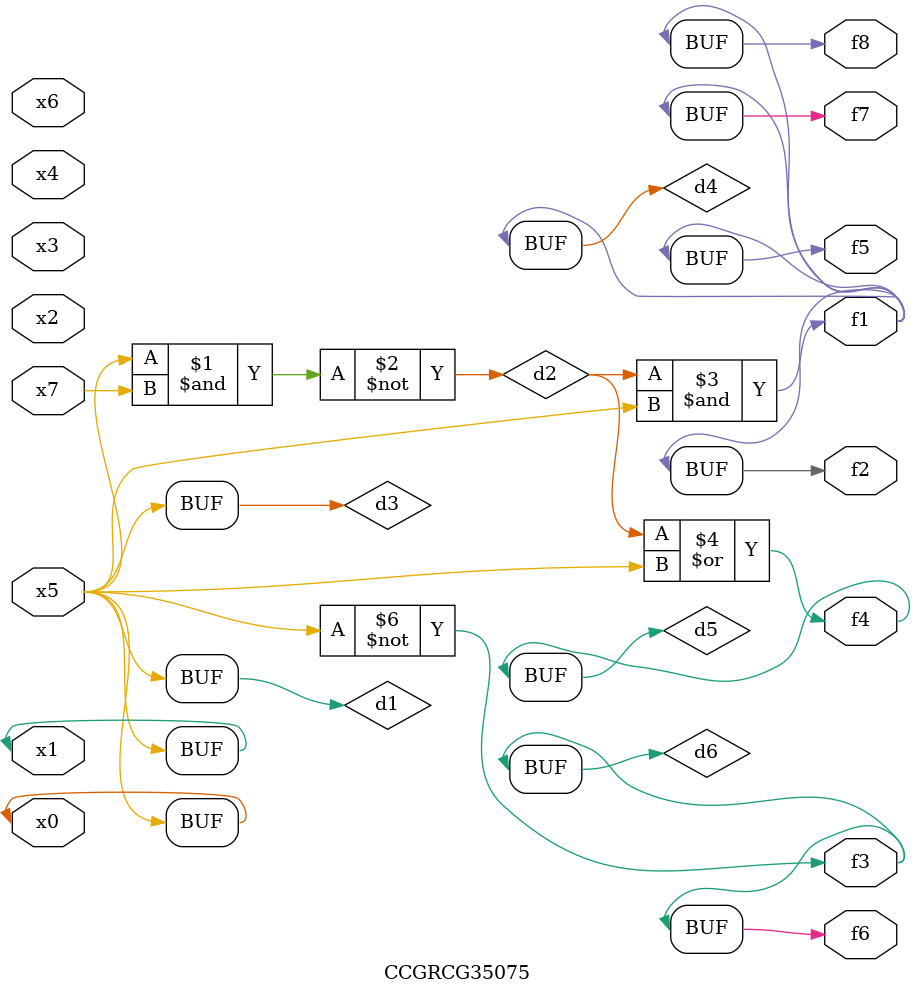
<source format=v>
module CCGRCG35075(
	input x0, x1, x2, x3, x4, x5, x6, x7,
	output f1, f2, f3, f4, f5, f6, f7, f8
);

	wire d1, d2, d3, d4, d5, d6;

	buf (d1, x0, x5);
	nand (d2, x5, x7);
	buf (d3, x0, x1);
	and (d4, d2, d3);
	or (d5, d2, d3);
	nor (d6, d1, d3);
	assign f1 = d4;
	assign f2 = d4;
	assign f3 = d6;
	assign f4 = d5;
	assign f5 = d4;
	assign f6 = d6;
	assign f7 = d4;
	assign f8 = d4;
endmodule

</source>
